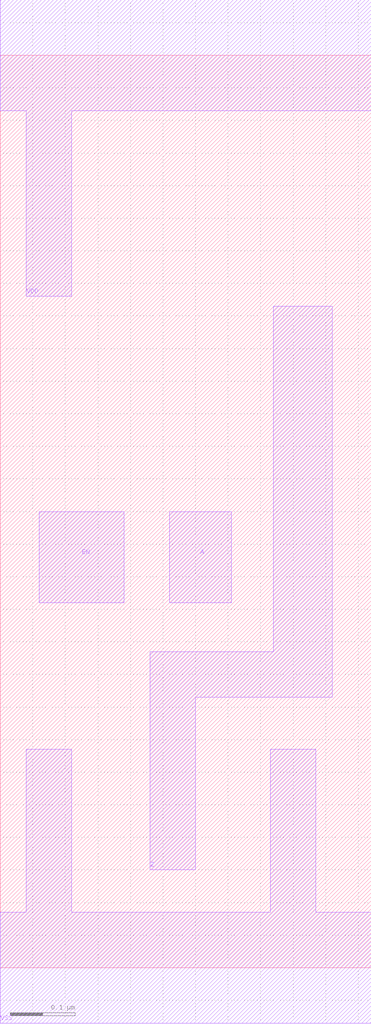
<source format=lef>
# 
# ******************************************************************************
# *                                                                            *
# *                   Copyright (C) 2004-2011, Nangate Inc.                    *
# *                           All rights reserved.                             *
# *                                                                            *
# * Nangate and the Nangate logo are trademarks of Nangate Inc.                *
# *                                                                            *
# * All trademarks, logos, software marks, and trade names (collectively the   *
# * "Marks") in this program are proprietary to Nangate or other respective    *
# * owners that have granted Nangate the right and license to use such Marks.  *
# * You are not permitted to use the Marks without the prior written consent   *
# * of Nangate or such third party that may own the Marks.                     *
# *                                                                            *
# * This file has been provided pursuant to a License Agreement containing     *
# * restrictions on its use. This file contains valuable trade secrets and     *
# * proprietary information of Nangate Inc., and is protected by U.S. and      *
# * international laws and/or treaties.                                        *
# *                                                                            *
# * The copyright notice(s) in this file does not indicate actual or intended  *
# * publication of this file.                                                  *
# *                                                                            *
# *     NGLibraryCreator, v2010.08-HR32-SP3-2010-08-05 - build 1009061800      *
# *                                                                            *
# ******************************************************************************
# 
# 
# Running on server08.nangate.com for user Giancarlo Franciscatto (gfr).
# Local time is now Thu, 6 Jan 2011, 18:10:28.
# Main process id is 3320.

VERSION 5.6 ;
BUSBITCHARS "[]" ;
DIVIDERCHAR "/" ;

MACRO ISO_FENCE0_X2
  CLASS core ;
  FOREIGN ISO_FENCE0_X2 0.0 0.0 ;
  ORIGIN 0 0 ;
  SYMMETRY X Y ;
  SITE FreePDK45_38x28_10R_NP_162NW_34O ;
  SIZE 0.57 BY 1.4 ;
  PIN A
    DIRECTION INPUT ;
    ANTENNAPARTIALMETALAREA 0.0133 LAYER metal1 ;
    ANTENNAPARTIALMETALSIDEAREA 0.0611 LAYER metal1 ;
    ANTENNAGATEAREA 0.0405 ;
    PORT
      LAYER metal1 ;
        POLYGON 0.26 0.56 0.355 0.56 0.355 0.7 0.26 0.7  ;
    END
  END A
  PIN EN
    DIRECTION INPUT ;
    ANTENNAPARTIALMETALAREA 0.0182 LAYER metal1 ;
    ANTENNAPARTIALMETALSIDEAREA 0.0702 LAYER metal1 ;
    ANTENNAGATEAREA 0.0405 ;
    PORT
      LAYER metal1 ;
        POLYGON 0.06 0.56 0.19 0.56 0.19 0.7 0.06 0.7  ;
    END
  END EN
  PIN Z
    DIRECTION OUTPUT ;
    ANTENNAPARTIALMETALAREA 0.08585 LAYER metal1 ;
    ANTENNAPARTIALMETALSIDEAREA 0.2977 LAYER metal1 ;
    ANTENNADIFFAREA 0.095725 ;
    PORT
      LAYER metal1 ;
        POLYGON 0.23 0.15 0.3 0.15 0.3 0.415 0.51 0.415 0.51 1.015 0.42 1.015 0.42 0.485 0.23 0.485  ;
    END
  END Z
  PIN VDD
    DIRECTION INOUT ;
    USE power ;
    SHAPE ABUTMENT ;
    PORT
      LAYER metal1 ;
        POLYGON 0 1.315 0.04 1.315 0.04 1.03 0.11 1.03 0.11 1.315 0.57 1.315 0.57 1.485 0 1.485  ;
    END
  END VDD
  PIN VSS
    DIRECTION INOUT ;
    USE ground ;
    SHAPE ABUTMENT ;
    PORT
      LAYER metal1 ;
        POLYGON 0 -0.085 0.57 -0.085 0.57 0.085 0.485 0.085 0.485 0.335 0.415 0.335 0.415 0.085 0.11 0.085 0.11 0.335 0.04 0.335 0.04 0.085 0 0.085  ;
    END
  END VSS
END ISO_FENCE0_X2

END LIBRARY
#
# End of file
#

</source>
